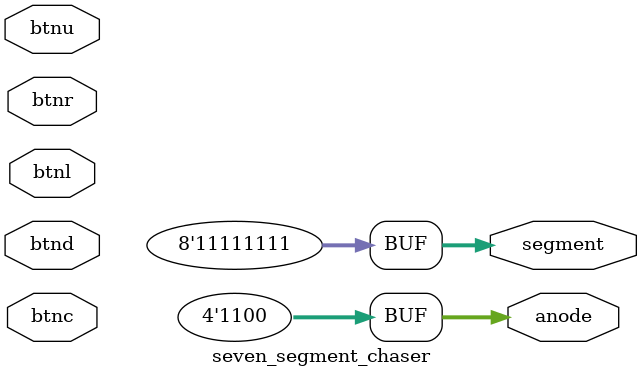
<source format=sv>
`timescale 1ns / 1ps

// xc7a35tcpg236-1

module seven_segment_chaser(
        input wire logic btnc, btnu, btnl, btnr, btnd,
        output logic[7:0] segment,
        output logic[3:0] anode
    );
    assign anode = 4'b1100;
    
//    assign segment[7] = !btnc;
    
    assign segment[7:0] = 8'b11111111;
    
    
endmodule

</source>
